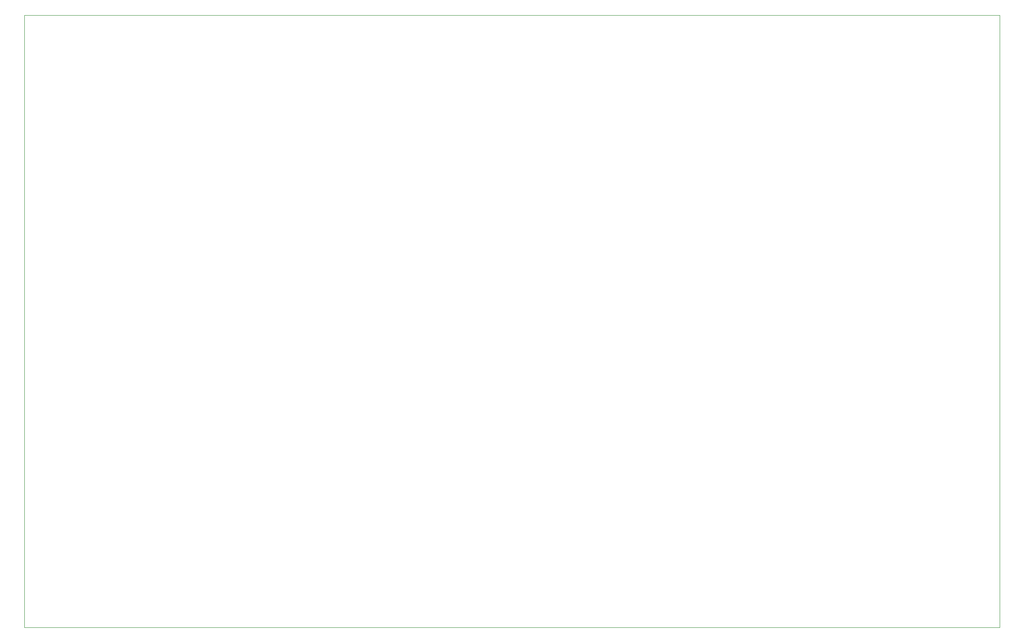
<source format=gbr>
%TF.GenerationSoftware,KiCad,Pcbnew,8.0.3*%
%TF.CreationDate,2024-11-03T12:34:39-05:00*%
%TF.ProjectId,toy,746f792e-6b69-4636-9164-5f7063625858,rev?*%
%TF.SameCoordinates,Original*%
%TF.FileFunction,Profile,NP*%
%FSLAX46Y46*%
G04 Gerber Fmt 4.6, Leading zero omitted, Abs format (unit mm)*
G04 Created by KiCad (PCBNEW 8.0.3) date 2024-11-03 12:34:39*
%MOMM*%
%LPD*%
G01*
G04 APERTURE LIST*
%TA.AperFunction,Profile*%
%ADD10C,0.050000*%
%TD*%
G04 APERTURE END LIST*
D10*
X41500000Y-31500000D02*
X231500000Y-31500000D01*
X231500000Y-151000000D01*
X41500000Y-151000000D01*
X41500000Y-31500000D01*
M02*

</source>
